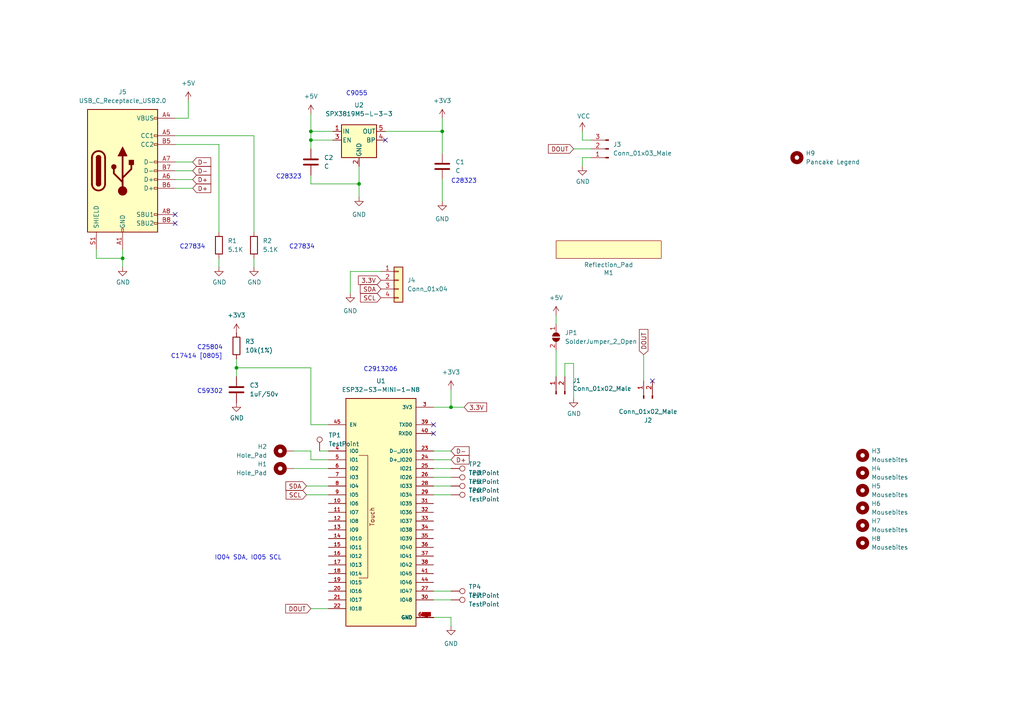
<source format=kicad_sch>
(kicad_sch (version 20231120) (generator "eeschema") (generator_version "8.0")
  (paper "A4")
  (lib_symbols
    (symbol "Connector:Conn_01x02_Male" (pin_names (offset 1.016) hide)
      (property "Reference" "J" (at 0 2.54 0))
      (property "Value" "Conn_01x02_Male" (at 0 -5.08 0))
      (symbol "Conn_01x02_Male_1_1"
        (polyline (pts (xy 1.27 -2.54) (xy 0.8636 -2.54)) (stroke (width 0.1524)))
        (polyline (pts (xy 1.27 0) (xy 0.8636 0)) (stroke (width 0.1524)))
        (rectangle (start 0.8636 -2.413) (end 0 -2.667) (stroke (width 0.1524)) (fill (type outline)))
        (rectangle (start 0.8636 0.127) (end 0 -0.127) (stroke (width 0.1524)) (fill (type outline)))
        (pin passive line (at 5.08 0 180) (length 3.81) (name "Pin_1") (number "1"))
        (pin passive line (at 5.08 -2.54 180) (length 3.81) (name "Pin_2") (number "2"))
      )
    )
    (symbol "Connector:Conn_01x03_Male" (pin_names (offset 1.016) hide)
      (property "Reference" "J" (at 0 5.08 0))
      (property "Value" "Conn_01x03_Male" (at 0 -5.08 0))
      (symbol "Conn_01x03_Male_1_1"
        (polyline (pts (xy 1.27 -2.54) (xy 0.8636 -2.54)) (stroke (width 0.1524)))
        (polyline (pts (xy 1.27 0) (xy 0.8636 0)) (stroke (width 0.1524)))
        (polyline (pts (xy 1.27 2.54) (xy 0.8636 2.54)) (stroke (width 0.1524)))
        (rectangle (start 0.8636 -2.413) (end 0 -2.667) (stroke (width 0.1524)) (fill (type outline)))
        (rectangle (start 0.8636 0.127) (end 0 -0.127) (stroke (width 0.1524)) (fill (type outline)))
        (rectangle (start 0.8636 2.667) (end 0 2.413) (stroke (width 0.1524)) (fill (type outline)))
        (pin passive line (at 5.08 2.54 180) (length 3.81) (name "Pin_1") (number "1"))
        (pin passive line (at 5.08 0 180) (length 3.81) (name "Pin_2") (number "2"))
        (pin passive line (at 5.08 -2.54 180) (length 3.81) (name "Pin_3") (number "3"))
      )
    )
    (symbol "Connector:TestPoint" (pin_numbers hide) (pin_names (offset 0.762) hide)
      (property "Reference" "TP" (at 0 6.858 0))
      (property "Value" "TestPoint" (at 0 5.08 0))
      (symbol "TestPoint_0_1"
        (circle (center 0 3.302) (radius 0.762))
      )
      (symbol "TestPoint_1_1"
        (pin passive line (at 0 0 90) (length 2.54) (name "1") (number "1"))
      )
    )
    (symbol "Connector:USB_C_Receptacle_USB2.0" (pin_names (offset 1.016))
      (property "Reference" "J" (at -10.16 19.05 0))
      (property "Value" "USB_C_Receptacle_USB2.0" (at 19.05 19.05 0))
      (symbol "USB_C_Receptacle_USB2.0_0_0"
        (rectangle (start -0.254 -17.78) (end 0.254 -16.764))
        (rectangle (start 10.16 -14.986) (end 9.144 -15.494))
        (rectangle (start 10.16 -12.446) (end 9.144 -12.954))
        (rectangle (start 10.16 -4.826) (end 9.144 -5.334))
        (rectangle (start 10.16 -2.286) (end 9.144 -2.794))
        (rectangle (start 10.16 0.254) (end 9.144 -0.254))
        (rectangle (start 10.16 2.794) (end 9.144 2.286))
        (rectangle (start 10.16 7.874) (end 9.144 7.366))
        (rectangle (start 10.16 10.414) (end 9.144 9.906))
        (rectangle (start 10.16 15.494) (end 9.144 14.986))
      )
      (symbol "USB_C_Receptacle_USB2.0_0_1"
        (rectangle (start -10.16 17.78) (end 10.16 -17.78) (stroke (width 0.254)) (fill (type background)))
        (arc (start -8.89 -3.81) (mid -6.985 -5.7066) (end -5.08 -3.81) (stroke (width 0.508)))
        (arc (start -7.62 -3.81) (mid -6.985 -4.4422) (end -6.35 -3.81) (stroke (width 0.254)))
        (arc (start -7.62 -3.81) (mid -6.985 -4.4422) (end -6.35 -3.81) (stroke (width 0.254)) (fill (type outline)))
        (rectangle (start -7.62 -3.81) (end -6.35 3.81) (stroke (width 0.254)) (fill (type outline)))
        (arc (start -6.35 3.81) (mid -6.985 4.4422) (end -7.62 3.81) (stroke (width 0.254)))
        (arc (start -6.35 3.81) (mid -6.985 4.4422) (end -7.62 3.81) (stroke (width 0.254)) (fill (type outline)))
        (arc (start -5.08 3.81) (mid -6.985 5.7066) (end -8.89 3.81) (stroke (width 0.508)))
        (circle (center -2.54 1.143) (radius 0.635) (stroke (width 0.254)) (fill (type outline)))
        (circle (center 0 -5.842) (radius 1.27) (fill (type outline)))
        (polyline (pts (xy -8.89 -3.81) (xy -8.89 3.81)) (stroke (width 0.508)))
        (polyline (pts (xy -5.08 3.81) (xy -5.08 -3.81)) (stroke (width 0.508)))
        (polyline (pts (xy 0 -5.842) (xy 0 4.318)) (stroke (width 0.508)))
        (polyline (pts (xy 0 -3.302) (xy -2.54 -0.762) (xy -2.54 0.508)) (stroke (width 0.508)))
        (polyline (pts (xy 0 -2.032) (xy 2.54 0.508) (xy 2.54 1.778)) (stroke (width 0.508)))
        (polyline (pts (xy -1.27 4.318) (xy 0 6.858) (xy 1.27 4.318) (xy -1.27 4.318)) (stroke (width 0.254)) (fill (type outline)))
        (rectangle (start 1.905 1.778) (end 3.175 3.048) (stroke (width 0.254)) (fill (type outline)))
      )
      (symbol "USB_C_Receptacle_USB2.0_1_1"
        (pin passive line (at 0 -22.86 90) (length 5.08) (name "GND") (number "A1"))
        (pin passive line (at 0 -22.86 90) (length 5.08) hide (name "GND") (number "A12"))
        (pin passive line (at 15.24 15.24 180) (length 5.08) (name "VBUS") (number "A4"))
        (pin bidirectional line (at 15.24 10.16 180) (length 5.08) (name "CC1") (number "A5"))
        (pin bidirectional line (at 15.24 -2.54 180) (length 5.08) (name "D+") (number "A6"))
        (pin bidirectional line (at 15.24 2.54 180) (length 5.08) (name "D-") (number "A7"))
        (pin bidirectional line (at 15.24 -12.7 180) (length 5.08) (name "SBU1") (number "A8"))
        (pin passive line (at 15.24 15.24 180) (length 5.08) hide (name "VBUS") (number "A9"))
        (pin passive line (at 0 -22.86 90) (length 5.08) hide (name "GND") (number "B1"))
        (pin passive line (at 0 -22.86 90) (length 5.08) hide (name "GND") (number "B12"))
        (pin passive line (at 15.24 15.24 180) (length 5.08) hide (name "VBUS") (number "B4"))
        (pin bidirectional line (at 15.24 7.62 180) (length 5.08) (name "CC2") (number "B5"))
        (pin bidirectional line (at 15.24 -5.08 180) (length 5.08) (name "D+") (number "B6"))
        (pin bidirectional line (at 15.24 0 180) (length 5.08) (name "D-") (number "B7"))
        (pin bidirectional line (at 15.24 -15.24 180) (length 5.08) (name "SBU2") (number "B8"))
        (pin passive line (at 15.24 15.24 180) (length 5.08) hide (name "VBUS") (number "B9"))
        (pin passive line (at -7.62 -22.86 90) (length 5.08) (name "SHIELD") (number "S1"))
      )
    )
    (symbol "Connector_Generic:Conn_01x04" (pin_names (offset 1.016) hide)
      (property "Reference" "J" (at 0 5.08 0))
      (property "Value" "Conn_01x04" (at 0 -7.62 0))
      (symbol "Conn_01x04_1_1"
        (rectangle (start -1.27 -4.953) (end 0 -5.207) (stroke (width 0.1524)))
        (rectangle (start -1.27 -2.413) (end 0 -2.667) (stroke (width 0.1524)))
        (rectangle (start -1.27 0.127) (end 0 -0.127) (stroke (width 0.1524)))
        (rectangle (start -1.27 2.667) (end 0 2.413) (stroke (width 0.1524)))
        (rectangle (start -1.27 3.81) (end 1.27 -6.35) (stroke (width 0.254)) (fill (type background)))
        (pin passive line (at -5.08 2.54 0) (length 3.81) (name "Pin_1") (number "1"))
        (pin passive line (at -5.08 0 0) (length 3.81) (name "Pin_2") (number "2"))
        (pin passive line (at -5.08 -2.54 0) (length 3.81) (name "Pin_3") (number "3"))
        (pin passive line (at -5.08 -5.08 0) (length 3.81) (name "Pin_4") (number "4"))
      )
    )
    (symbol "Device:C" (pin_numbers hide) (pin_names (offset 0.254))
      (property "Reference" "C" (at 0.635 2.54 0))
      (property "Value" "C" (at 0.635 -2.54 0))
      (symbol "C_0_1"
        (polyline (pts (xy -2.032 -0.762) (xy 2.032 -0.762)) (stroke (width 0.508)))
        (polyline (pts (xy -2.032 0.762) (xy 2.032 0.762)) (stroke (width 0.508)))
      )
      (symbol "C_1_1"
        (pin passive line (at 0 3.81 270) (length 2.794) (name "~") (number "1"))
        (pin passive line (at 0 -3.81 90) (length 2.794) (name "~") (number "2"))
      )
    )
    (symbol "Device:R" (pin_numbers hide) (pin_names (offset 0))
      (property "Reference" "R" (at 2.032 0 90))
      (property "Value" "R" (at 0 0 90))
      (symbol "R_0_1"
        (rectangle (start -1.016 -2.54) (end 1.016 2.54) (stroke (width 0.254)))
      )
      (symbol "R_1_1"
        (pin passive line (at 0 3.81 270) (length 1.27) (name "~") (number "1"))
        (pin passive line (at 0 -3.81 90) (length 1.27) (name "~") (number "2"))
      )
    )
    (symbol "Jumper:SolderJumper_2_Open" (pin_names (offset 0) hide)
      (property "Reference" "JP" (at 0 2.032 0))
      (property "Value" "SolderJumper_2_Open" (at 0 -2.54 0))
      (symbol "SolderJumper_2_Open_0_1"
        (arc (start -0.254 1.016) (mid -1.2655 0) (end -0.254 -1.016))
        (arc (start -0.254 1.016) (mid -1.2655 0) (end -0.254 -1.016) (fill (type outline)))
        (polyline (pts (xy -0.254 1.016) (xy -0.254 -1.016)))
        (polyline (pts (xy 0.254 1.016) (xy 0.254 -1.016)))
        (arc (start 0.254 -1.016) (mid 1.2655 0) (end 0.254 1.016))
        (arc (start 0.254 -1.016) (mid 1.2655 0) (end 0.254 1.016) (fill (type outline)))
      )
      (symbol "SolderJumper_2_Open_1_1"
        (pin passive line (at -3.81 0 0) (length 2.54) (name "A") (number "1"))
        (pin passive line (at 3.81 0 180) (length 2.54) (name "B") (number "2"))
      )
    )
    (symbol "Mechanical:MountingHole" (pin_names (offset 1.016))
      (property "Reference" "H" (at 0 5.08 0))
      (property "Value" "MountingHole" (at 0 3.175 0))
      (symbol "MountingHole_0_1"
        (circle (center 0 0) (radius 1.27) (stroke (width 1.27)))
      )
    )
    (symbol "Mechanical:MountingHole_Pad" (pin_numbers hide) (pin_names (offset 1.016) hide)
      (property "Reference" "H" (at 0 6.35 0))
      (property "Value" "MountingHole_Pad" (at 0 4.445 0))
      (symbol "MountingHole_Pad_0_1"
        (circle (center 0 1.27) (radius 1.27) (stroke (width 1.27)))
      )
      (symbol "MountingHole_Pad_1_1"
        (pin input line (at 0 -2.54 90) (length 2.54) (name "1") (number "1"))
      )
    )
    (symbol "PancakeParts:Reflection_Pad" (pin_names (offset 1.016))
      (property "Reference" "U" (at -11.43 0 0))
      (property "Value" "PancakeParts_Reflection_Pad" (at 0 0 0))
      (symbol "Reflection_Pad_0_1"
        (rectangle (start -15.24 -2.54) (end 15.24 2.54) (fill (type background)))
      )
    )
    (symbol "PancakeSymbols:ESP32-S3-MINI-1-N8" (pin_names (offset 1.016))
      (property "Reference" "U" (at -10.16 34.29 0))
      (property "Value" "ESP32-S3-MINI-1-N8" (at -10.16 -35.56 0))
      (symbol "ESP32-S3-MINI-1-N8_0_0"
        (rectangle (start -10.16 -33.02) (end 10.16 33.02) (stroke (width 0.254)) (fill (type background)))
        (text "Touch" (at -2.54 -1.27 900) (effects (font (size 1.27 1.27))))
        (pin power_in line (at 15.24 -30.48 180) (length 5.08) (name "GND") (number "1"))
        (pin bidirectional line (at -15.24 2.54 0) (length 5.08) (name "IO6") (number "10"))
        (pin bidirectional line (at -15.24 0 0) (length 5.08) (name "IO7") (number "11"))
        (pin bidirectional line (at -15.24 -2.54 0) (length 5.08) (name "IO8") (number "12"))
        (pin bidirectional line (at -15.24 -5.08 0) (length 5.08) (name "IO9") (number "13"))
        (pin bidirectional line (at -15.24 -7.62 0) (length 5.08) (name "IO10") (number "14"))
        (pin bidirectional line (at -15.24 -10.16 0) (length 5.08) (name "IO11") (number "15"))
        (pin bidirectional line (at -15.24 -12.7 0) (length 5.08) (name "IO12") (number "16"))
        (pin bidirectional line (at -15.24 -15.24 0) (length 5.08) (name "IO13") (number "17"))
        (pin bidirectional line (at -15.24 -17.78 0) (length 5.08) (name "IO14") (number "18"))
        (pin bidirectional line (at -15.24 -20.32 0) (length 5.08) (name "IO15") (number "19"))
        (pin power_in line (at 15.24 -30.48 180) (length 5.08) (name "GND") (number "2"))
        (pin bidirectional line (at -15.24 -22.86 0) (length 5.08) (name "IO16") (number "20"))
        (pin bidirectional line (at -15.24 -25.4 0) (length 5.08) (name "IO17") (number "21"))
        (pin bidirectional line (at -15.24 -27.94 0) (length 5.08) (name "IO18") (number "22"))
        (pin bidirectional line (at 15.24 17.78 180) (length 5.08) (name "D-_IO19") (number "23"))
        (pin bidirectional line (at 15.24 15.24 180) (length 5.08) (name "D+_IO20") (number "24"))
        (pin bidirectional line (at 15.24 12.7 180) (length 5.08) (name "IO21") (number "25"))
        (pin bidirectional line (at 15.24 10.16 180) (length 5.08) (name "IO26") (number "26"))
        (pin bidirectional line (at 15.24 -22.86 180) (length 5.08) (name "IO47") (number "27"))
        (pin bidirectional line (at 15.24 7.62 180) (length 5.08) (name "IO33") (number "28"))
        (pin bidirectional line (at 15.24 5.08 180) (length 5.08) (name "IO34") (number "29"))
        (pin power_in line (at 15.24 30.48 180) (length 5.08) (name "3V3") (number "3"))
        (pin bidirectional line (at 15.24 -25.4 180) (length 5.08) (name "IO48") (number "30"))
        (pin bidirectional line (at 15.24 2.54 180) (length 5.08) (name "IO35") (number "31"))
        (pin bidirectional line (at 15.24 0 180) (length 5.08) (name "IO36") (number "32"))
        (pin bidirectional line (at 15.24 -2.54 180) (length 5.08) (name "IO37") (number "33"))
        (pin bidirectional line (at 15.24 -5.08 180) (length 5.08) (name "IO38") (number "34"))
        (pin bidirectional line (at 15.24 -7.62 180) (length 5.08) (name "IO39") (number "35"))
        (pin bidirectional line (at 15.24 -10.16 180) (length 5.08) (name "IO40") (number "36"))
        (pin bidirectional line (at 15.24 -12.7 180) (length 5.08) (name "IO41") (number "37"))
        (pin bidirectional line (at 15.24 -15.24 180) (length 5.08) (name "IO42") (number "38"))
        (pin bidirectional line (at 15.24 25.4 180) (length 5.08) (name "TXD0") (number "39"))
        (pin bidirectional line (at -15.24 17.78 0) (length 5.08) (name "IO0") (number "4"))
        (pin bidirectional line (at 15.24 22.86 180) (length 5.08) (name "RXD0") (number "40"))
        (pin bidirectional line (at 15.24 -17.78 180) (length 5.08) (name "IO45") (number "41"))
        (pin power_in line (at 15.24 -30.48 180) (length 5.08) (name "GND") (number "42"))
        (pin power_in line (at 15.24 -30.48 180) (length 5.08) (name "GND") (number "43"))
        (pin bidirectional line (at 15.24 -20.32 180) (length 5.08) (name "IO46") (number "44"))
        (pin input line (at -15.24 25.4 0) (length 5.08) (name "EN") (number "45"))
        (pin power_in line (at 15.24 -30.48 180) (length 5.08) (name "GND") (number "46"))
        (pin power_in line (at 15.24 -30.48 180) (length 5.08) (name "GND") (number "47"))
        (pin power_in line (at 15.24 -30.48 180) (length 5.08) (name "GND") (number "48"))
        (pin power_in line (at 15.24 -30.48 180) (length 5.08) (name "GND") (number "49"))
        (pin bidirectional line (at -15.24 15.24 0) (length 5.08) (name "IO1") (number "5"))
        (pin power_in line (at 15.24 -30.48 180) (length 5.08) (name "GND") (number "50"))
        (pin power_in line (at 15.24 -30.48 180) (length 5.08) (name "GND") (number "51"))
        (pin power_in line (at 15.24 -30.48 180) (length 5.08) (name "GND") (number "52"))
        (pin power_in line (at 15.24 -30.48 180) (length 5.08) (name "GND") (number "53"))
        (pin power_in line (at 15.24 -30.48 180) (length 5.08) (name "GND") (number "54"))
        (pin power_in line (at 15.24 -30.48 180) (length 5.08) (name "GND") (number "55"))
        (pin power_in line (at 15.24 -30.48 180) (length 5.08) (name "GND") (number "56"))
        (pin power_in line (at 15.24 -30.48 180) (length 5.08) (name "GND") (number "57"))
        (pin power_in line (at 15.24 -30.48 180) (length 5.08) (name "GND") (number "58"))
        (pin power_in line (at 15.24 -30.48 180) (length 5.08) (name "GND") (number "59"))
        (pin bidirectional line (at -15.24 12.7 0) (length 5.08) (name "IO2") (number "6"))
        (pin power_in line (at 15.24 -30.48 180) (length 5.08) (name "GND") (number "60"))
        (pin power_in line (at 15.24 -30.48 180) (length 5.08) (name "GND") (number "61"))
        (pin power_in line (at 15.24 -30.48 180) (length 5.08) (name "GND") (number "61_1"))
        (pin power_in line (at 15.24 -30.48 180) (length 5.08) (name "GND") (number "61_2"))
        (pin power_in line (at 15.24 -30.48 180) (length 5.08) (name "GND") (number "61_3"))
        (pin power_in line (at 15.24 -30.48 180) (length 5.08) (name "GND") (number "61_4"))
        (pin power_in line (at 15.24 -30.48 180) (length 5.08) (name "GND") (number "61_5"))
        (pin power_in line (at 15.24 -30.48 180) (length 5.08) (name "GND") (number "61_6"))
        (pin power_in line (at 15.24 -30.48 180) (length 5.08) (name "GND") (number "61_7"))
        (pin power_in line (at 15.24 -30.48 180) (length 5.08) (name "GND") (number "61_8"))
        (pin power_in line (at 15.24 -30.48 180) (length 5.08) (name "GND") (number "62"))
        (pin power_in line (at 15.24 -30.48 180) (length 5.08) (name "GND") (number "63"))
        (pin power_in line (at 15.24 -30.48 180) (length 5.08) (name "GND") (number "64"))
        (pin power_in line (at 15.24 -30.48 180) (length 5.08) (name "GND") (number "65"))
        (pin bidirectional line (at -15.24 10.16 0) (length 5.08) (name "IO3") (number "7"))
        (pin bidirectional line (at -15.24 7.62 0) (length 5.08) (name "IO4") (number "8"))
        (pin bidirectional line (at -15.24 5.08 0) (length 5.08) (name "IO5") (number "9"))
      )
      (symbol "ESP32-S3-MINI-1-N8_1_1"
        (polyline (pts (xy -6.35 16.51) (xy -3.81 16.51) (xy -3.81 -19.05) (xy -6.35 -19.05)))
      )
    )
    (symbol "Regulator_Linear:SPX3819M5-L-3-3" (pin_names (offset 0.254))
      (property "Reference" "U" (at -3.81 5.715 0))
      (property "Value" "SPX3819M5-L-3-3" (at 0 5.715 0))
      (symbol "SPX3819M5-L-3-3_0_1"
        (rectangle (start -5.08 4.445) (end 5.08 -5.08) (stroke (width 0.254)) (fill (type background)))
      )
      (symbol "SPX3819M5-L-3-3_1_1"
        (pin power_in line (at -7.62 2.54 0) (length 2.54) (name "IN") (number "1"))
        (pin power_in line (at 0 -7.62 90) (length 2.54) (name "GND") (number "2"))
        (pin input line (at -7.62 0 0) (length 2.54) (name "EN") (number "3"))
        (pin input line (at 7.62 0 180) (length 2.54) (name "BP") (number "4"))
        (pin power_out line (at 7.62 2.54 180) (length 2.54) (name "OUT") (number "5"))
      )
    )
    (symbol "power:+3V3" (power) (pin_names (offset 0))
      (property "Value" "+3V3" (at 0 3.556 0))
      (symbol "+3V3_0_1"
        (polyline (pts (xy -0.762 1.27) (xy 0 2.54)))
        (polyline (pts (xy 0 0) (xy 0 2.54)))
        (polyline (pts (xy 0 2.54) (xy 0.762 1.27)))
      )
      (symbol "+3V3_1_1"
        (pin power_in line (at 0 0 90) (length 0) hide (name "+3V3") (number "1"))
      )
    )
    (symbol "power:+5V" (power) (pin_names (offset 0))
      (property "Value" "+5V" (at 0 3.556 0))
      (symbol "+5V_0_1"
        (polyline (pts (xy -0.762 1.27) (xy 0 2.54)))
        (polyline (pts (xy 0 0) (xy 0 2.54)))
        (polyline (pts (xy 0 2.54) (xy 0.762 1.27)))
      )
      (symbol "+5V_1_1"
        (pin power_in line (at 0 0 90) (length 0) hide (name "+5V") (number "1"))
      )
    )
    (symbol "power:GND" (power) (pin_names (offset 0))
      (property "Value" "GND" (at 0 -3.81 0))
      (symbol "GND_0_1"
        (polyline (pts (xy 0 0) (xy 0 -1.27) (xy 1.27 -1.27) (xy 0 -2.54) (xy -1.27 -1.27) (xy 0 -1.27)))
      )
      (symbol "GND_1_1"
        (pin power_in line (at 0 0 270) (length 0) hide (name "GND") (number "1"))
      )
    )
    (symbol "power:VCC" (power) (pin_names (offset 0))
      (property "Value" "VCC" (at 0 3.81 0))
      (symbol "VCC_0_1"
        (polyline (pts (xy -0.762 1.27) (xy 0 2.54)))
        (polyline (pts (xy 0 0) (xy 0 2.54)))
        (polyline (pts (xy 0 2.54) (xy 0.762 1.27)))
      )
      (symbol "VCC_1_1"
        (pin power_in line (at 0 0 90) (length 0) hide (name "VCC") (number "1"))
      )
    )
  )
  (junction (at 128.27 38.1))
  (junction (at 130.81 118.11))
  (junction (at 104.14 53.34))
  (junction (at 68.58 106.68))
  (junction (at 35.56 74.93))
  (junction (at 90.17 38.1))
  (junction (at 90.17 40.64))
  (no_connect (at 111.76 40.64))
  (no_connect (at 189.23 110.49))
  (no_connect (at 50.8 64.77))
  (no_connect (at 50.8 62.23))
  (no_connect (at 125.73 125.73))
  (no_connect (at 125.73 123.19))
  (wire (pts (xy 134.62 118.11) (xy 130.81 118.11)))
  (wire (pts (xy 125.73 140.97) (xy 130.81 140.97)))
  (wire (pts (xy 90.17 123.19) (xy 95.25 123.19)))
  (wire (pts (xy 125.73 143.51) (xy 130.81 143.51)))
  (wire (pts (xy 125.73 118.11) (xy 130.81 118.11)))
  (wire (pts (xy 90.17 43.18) (xy 90.17 40.64)))
  (wire (pts (xy 90.17 133.35) (xy 90.17 130.81)))
  (wire (pts (xy 88.9 140.97) (xy 95.25 140.97)))
  (wire (pts (xy 161.29 91.44) (xy 161.29 93.98)))
  (wire (pts (xy 50.8 52.07) (xy 55.88 52.07)))
  (wire (pts (xy 68.58 106.68) (xy 68.58 109.22)))
  (wire (pts (xy 166.37 105.41) (xy 166.37 115.57)))
  (wire (pts (xy 90.17 123.19) (xy 90.17 106.68)))
  (wire (pts (xy 90.17 40.64) (xy 90.17 38.1)))
  (wire (pts (xy 161.29 101.6) (xy 161.29 109.22)))
  (wire (pts (xy 50.8 34.29) (xy 54.61 34.29)))
  (wire (pts (xy 130.81 179.07) (xy 130.81 181.61)))
  (wire (pts (xy 90.17 130.81) (xy 85.09 130.81)))
  (wire (pts (xy 50.8 49.53) (xy 55.88 49.53)))
  (wire (pts (xy 50.8 41.91) (xy 63.5 41.91)))
  (wire (pts (xy 125.73 130.81) (xy 130.81 130.81)))
  (wire (pts (xy 125.73 171.45) (xy 130.81 171.45)))
  (wire (pts (xy 128.27 34.29) (xy 128.27 38.1)))
  (wire (pts (xy 128.27 52.07) (xy 128.27 58.42)))
  (wire (pts (xy 111.76 38.1) (xy 128.27 38.1)))
  (wire (pts (xy 125.73 173.99) (xy 130.81 173.99)))
  (wire (pts (xy 90.17 38.1) (xy 90.17 33.02)))
  (wire (pts (xy 50.8 46.99) (xy 55.88 46.99)))
  (wire (pts (xy 128.27 38.1) (xy 128.27 44.45)))
  (wire (pts (xy 101.6 78.74) (xy 101.6 85.09)))
  (wire (pts (xy 68.58 104.14) (xy 68.58 106.68)))
  (wire (pts (xy 166.37 105.41) (xy 163.83 105.41)))
  (wire (pts (xy 73.66 74.93) (xy 73.66 77.47)))
  (wire (pts (xy 50.8 39.37) (xy 73.66 39.37)))
  (wire (pts (xy 130.81 118.11) (xy 130.81 113.03)))
  (wire (pts (xy 88.9 143.51) (xy 95.25 143.51)))
  (wire (pts (xy 85.09 135.89) (xy 95.25 135.89)))
  (wire (pts (xy 125.73 135.89) (xy 130.81 135.89)))
  (wire (pts (xy 27.94 74.93) (xy 35.56 74.93)))
  (wire (pts (xy 95.25 130.81) (xy 92.71 130.81)))
  (wire (pts (xy 35.56 74.93) (xy 35.56 77.47)))
  (wire (pts (xy 168.91 45.72) (xy 168.91 48.26)))
  (wire (pts (xy 63.5 41.91) (xy 63.5 67.31)))
  (wire (pts (xy 50.8 54.61) (xy 55.88 54.61)))
  (wire (pts (xy 110.49 78.74) (xy 101.6 78.74)))
  (wire (pts (xy 90.17 133.35) (xy 95.25 133.35)))
  (wire (pts (xy 104.14 53.34) (xy 104.14 57.15)))
  (wire (pts (xy 54.61 34.29) (xy 54.61 29.21)))
  (wire (pts (xy 125.73 138.43) (xy 130.81 138.43)))
  (wire (pts (xy 73.66 39.37) (xy 73.66 67.31)))
  (wire (pts (xy 90.17 53.34) (xy 104.14 53.34)))
  (wire (pts (xy 95.25 176.53) (xy 90.17 176.53)))
  (wire (pts (xy 63.5 74.93) (xy 63.5 77.47)))
  (wire (pts (xy 186.69 110.49) (xy 186.69 102.87)))
  (wire (pts (xy 90.17 106.68) (xy 68.58 106.68)))
  (wire (pts (xy 96.52 40.64) (xy 90.17 40.64)))
  (wire (pts (xy 125.73 133.35) (xy 130.81 133.35)))
  (wire (pts (xy 171.45 45.72) (xy 168.91 45.72)))
  (wire (pts (xy 163.83 105.41) (xy 163.83 109.22)))
  (wire (pts (xy 35.56 72.39) (xy 35.56 74.93)))
  (wire (pts (xy 90.17 50.8) (xy 90.17 53.34)))
  (wire (pts (xy 96.52 38.1) (xy 90.17 38.1)))
  (wire (pts (xy 104.14 48.26) (xy 104.14 53.34)))
  (wire (pts (xy 166.37 43.18) (xy 171.45 43.18)))
  (wire (pts (xy 27.94 72.39) (xy 27.94 74.93)))
  (wire (pts (xy 171.45 40.64) (xy 168.91 40.64)))
  (wire (pts (xy 125.73 179.07) (xy 130.81 179.07)))
  (wire (pts (xy 168.91 40.64) (xy 168.91 38.1)))
  (text "C17414 [0805]" (at 49.53 104.14 0) (effects (font (size 1.27 1.27)) (justify left bottom)))
  (text "C59302" (at 57.15 114.3 0) (effects (font (size 1.27 1.27)) (justify left bottom)))
  (text "C28323" (at 130.81 53.34 0) (effects (font (size 1.27 1.27)) (justify left bottom)))
  (text "C27834" (at 52.07 72.39 0) (effects (font (size 1.27 1.27)) (justify left bottom)))
  (text "C2913206" (at 105.41 107.95 0) (effects (font (size 1.27 1.27)) (justify left bottom)))
  (text "C25804" (at 57.15 101.6 0) (effects (font (size 1.27 1.27)) (justify left bottom)))
  (text "C28323" (at 80.01 52.07 0) (effects (font (size 1.27 1.27)) (justify left bottom)))
  (text "C27834" (at 83.82 72.39 0) (effects (font (size 1.27 1.27)) (justify left bottom)))
  (text "C9055" (at 100.33 27.94 0) (effects (font (size 1.27 1.27)) (justify left bottom)))
  (text "IO04 SDA, IO05 SCL" (at 62.23 162.56 0) (effects (font (size 1.27 1.27)) (justify left bottom)))
  (global_label "D+" (shape input) (at 55.88 52.07 0) (property "Intersheetrefs" "${INTERSHEET_REFS}" (effects (hide yes))))
  (global_label "D-" (shape input) (at 130.81 130.81 0) (property "Intersheetrefs" "${INTERSHEET_REFS}" (effects (hide yes))))
  (global_label "3.3V" (shape input) (at 110.49 81.28 180) (property "Intersheetrefs" "${INTERSHEET_REFS}" (effects (hide yes))))
  (global_label "D+" (shape input) (at 130.81 133.35 0) (property "Intersheetrefs" "${INTERSHEET_REFS}" (effects (hide yes))))
  (global_label "D+" (shape input) (at 55.88 54.61 0) (property "Intersheetrefs" "${INTERSHEET_REFS}" (effects (hide yes))))
  (global_label "DOUT" (shape input) (at 186.69 102.87 90) (property "Intersheetrefs" "${INTERSHEET_REFS}" (effects (hide yes))))
  (global_label "DOUT" (shape input) (at 166.37 43.18 180) (property "Intersheetrefs" "${INTERSHEET_REFS}" (effects (hide yes))))
  (global_label "SDA" (shape input) (at 110.49 83.82 180) (property "Intersheetrefs" "${INTERSHEET_REFS}" (effects (hide yes))))
  (global_label "D-" (shape input) (at 55.88 46.99 0) (property "Intersheetrefs" "${INTERSHEET_REFS}" (effects (hide yes))))
  (global_label "SDA" (shape input) (at 88.9 140.97 180) (property "Intersheetrefs" "${INTERSHEET_REFS}" (effects (hide yes))))
  (global_label "DOUT" (shape input) (at 90.17 176.53 180) (property "Intersheetrefs" "${INTERSHEET_REFS}" (effects (hide yes))))
  (global_label "SCL" (shape input) (at 88.9 143.51 180) (property "Intersheetrefs" "${INTERSHEET_REFS}" (effects (hide yes))))
  (global_label "SCL" (shape input) (at 110.49 86.36 180) (property "Intersheetrefs" "${INTERSHEET_REFS}" (effects (hide yes))))
  (global_label "D-" (shape input) (at 55.88 49.53 0) (property "Intersheetrefs" "${INTERSHEET_REFS}" (effects (hide yes))))
  (global_label "3.3V" (shape input) (at 134.62 118.11 0) (property "Intersheetrefs" "${INTERSHEET_REFS}" (effects (hide yes))))
  (symbol (lib_id "Connector:Conn_01x02_Male") (at 186.69 115.57 90) (unit 1) (in_bom no)
    (property "Reference" "J2" (at 187.96 121.92 90))
    (property "Value" "Conn_01x02_Male" (at 187.96 119.38 90))
    (property "Footprint" "Pancake:Panel_Connector 02" (effects (hide yes)))
  )
  (symbol (lib_id "Connector:Conn_01x02_Male") (at 161.29 114.3 90) (unit 1) (in_bom no)
    (property "Reference" "J1" (at 166.0652 110.3884 90) (effects (justify right)))
    (property "Value" "Conn_01x02_Male" (at 166.0652 112.6998 90) (effects (justify right)))
    (property "Footprint" "Pancake:Panel_Connector 02" (effects (hide yes)))
  )
  (symbol (lib_id "power:GND") (at 166.37 115.57 0) (unit 1)
    (property "Reference" "#PWR01" (effects (hide yes)))
    (property "Value" "GND" (at 166.497 119.9642 0))
  )
  (symbol (lib_id "PancakeParts:Reflection_Pad") (at 176.53 72.39 180) (unit 1) (in_bom no)
    (property "Reference" "M1" (at 176.53 79.121 0))
    (property "Value" "Reflection_Pad" (at 176.53 76.8096 0))
    (property "Footprint" "Pancake:Reflection_Mask_140mm_Cutout" (effects (hide yes)))
  )
  (symbol (lib_id "Mechanical:MountingHole_Pad") (at 82.55 130.81 90) (unit 1)
    (property "Reference" "H2" (at 77.47 129.54 90) (effects (justify left)))
    (property "Value" "Hole_Pad" (at 77.47 132.08 90) (effects (justify left)))
    (property "Footprint" "Pancake:M3_Soldernut" (effects (hide yes)))
  )
  (symbol (lib_id "power:GND") (at 68.58 116.84 0) (unit 1)
    (property "Reference" "#PWR03" (effects (hide yes)))
    (property "Value" "GND" (at 68.707 121.2342 0))
  )
  (symbol (lib_id "power:+3V3") (at 68.58 96.52 0) (unit 1)
    (property "Reference" "#PWR02" (effects (hide yes)))
    (property "Value" "+3V3" (at 68.58 91.44 0))
  )
  (symbol (lib_id "power:GND") (at 128.27 58.42 0) (unit 1)
    (property "Reference" "#PWR0108" (effects (hide yes)))
    (property "Value" "GND" (at 128.27 63.5 0))
  )
  (symbol (lib_id "Connector:TestPoint") (at 130.81 138.43 270) (unit 1)
    (property "Reference" "TP3" (at 135.89 137.1599 90) (effects (justify left)))
    (property "Value" "TestPoint" (at 135.89 139.6999 90) (effects (justify left)))
    (property "Footprint" "Pancake:TestPoint_Pad_D1.0mm" (effects (hide yes)))
  )
  (symbol (lib_id "power:GND") (at 35.56 77.47 0) (unit 1)
    (property "Reference" "#PWR012" (effects (hide yes)))
    (property "Value" "GND" (at 35.687 81.8642 0))
  )
  (symbol (lib_id "power:+3V3") (at 130.81 113.03 0) (unit 1)
    (property "Reference" "#PWR07" (effects (hide yes)))
    (property "Value" "+3V3" (at 130.81 107.95 0))
  )
  (symbol (lib_id "Connector:TestPoint") (at 130.81 135.89 270) (unit 1)
    (property "Reference" "TP2" (at 135.89 134.6199 90) (effects (justify left)))
    (property "Value" "TestPoint" (at 135.89 137.1599 90) (effects (justify left)))
    (property "Footprint" "Pancake:TestPoint_Pad_D1.0mm" (effects (hide yes)))
  )
  (symbol (lib_id "Mechanical:MountingHole") (at 250.19 147.32 0) (unit 1)
    (property "Reference" "H6" (at 252.73 146.0499 0) (effects (justify left)))
    (property "Value" "Mousebites" (at 252.73 148.5899 0) (effects (justify left)))
    (property "Footprint" "Pancake:Mousebites_03" (effects (hide yes)))
  )
  (symbol (lib_id "Device:C") (at 128.27 48.26 0) (unit 1)
    (property "Reference" "C1" (at 132.08 46.9899 0) (effects (justify left)))
    (property "Value" "C" (at 132.08 49.5299 0) (effects (justify left)))
    (property "Footprint" "Capacitor_SMD:C_0805_2012Metric" (effects (hide yes)))
  )
  (symbol (lib_id "Mechanical:MountingHole_Pad") (at 82.55 135.89 90) (unit 1)
    (property "Reference" "H1" (at 77.47 134.62 90) (effects (justify left)))
    (property "Value" "Hole_Pad" (at 77.47 137.16 90) (effects (justify left)))
    (property "Footprint" "Pancake:M3_Soldernut" (effects (hide yes)))
  )
  (symbol (lib_id "power:GND") (at 73.66 77.47 0) (unit 1)
    (property "Reference" "#PWR015" (effects (hide yes)))
    (property "Value" "GND" (at 73.787 81.8642 0))
  )
  (symbol (lib_id "Connector:TestPoint") (at 130.81 140.97 270) (unit 1)
    (property "Reference" "TP5" (at 135.89 139.6999 90) (effects (justify left)))
    (property "Value" "TestPoint" (at 135.89 142.2399 90) (effects (justify left)))
    (property "Footprint" "Pancake:TestPoint_Pad_D1.0mm" (effects (hide yes)))
  )
  (symbol (lib_id "power:GND") (at 104.14 57.15 0) (unit 1)
    (property "Reference" "#PWR06" (effects (hide yes)))
    (property "Value" "GND" (at 104.14 62.23 0))
  )
  (symbol (lib_id "Regulator_Linear:SPX3819M5-L-3-3") (at 104.14 40.64 0) (unit 1)
    (property "Reference" "U2" (at 104.14 30.48 0))
    (property "Value" "SPX3819M5-L-3-3" (at 104.14 33.02 0))
    (property "Footprint" "Package_TO_SOT_SMD:SOT-23-5" (effects (hide yes)))
    (property "Datasheet" "https://www.exar.com/content/document.ashx?id=22106&languageid=1033&type=Datasheet&partnumber=SPX3819&filename=SPX3819.pdf&part=SPX3819" (effects (hide yes)))
  )
  (symbol (lib_id "power:GND") (at 63.5 77.47 0) (unit 1)
    (property "Reference" "#PWR014" (effects (hide yes)))
    (property "Value" "GND" (at 63.627 81.8642 0))
  )
  (symbol (lib_id "power:+5V") (at 161.29 91.44 0) (unit 1)
    (property "Reference" "#PWR0103" (effects (hide yes)))
    (property "Value" "+5V" (at 161.29 86.36 0))
  )
  (symbol (lib_id "Device:C") (at 68.58 113.03 0) (unit 1)
    (property "Reference" "C3" (at 72.39 111.7599 0) (effects (justify left)))
    (property "Value" "1uF/50v" (at 72.39 114.2999 0) (effects (justify left)))
    (property "Footprint" "Capacitor_SMD:C_0805_2012Metric" (effects (hide yes)))
  )
  (symbol (lib_id "Jumper:SolderJumper_2_Open") (at 161.29 97.79 270) (unit 1)
    (property "Reference" "JP1" (at 163.83 96.5199 90) (effects (justify left)))
    (property "Value" "SolderJumper_2_Open" (at 163.83 99.0599 90) (effects (justify left)))
    (property "Footprint" "Pancake:Jumper_Pad" (effects (hide yes)))
  )
  (symbol (lib_id "Device:R") (at 68.58 100.33 0) (unit 1)
    (property "Reference" "R3" (at 71.12 99.0599 0) (effects (justify left)))
    (property "Value" "10k(1%)" (at 71.12 101.5999 0) (effects (justify left)))
    (property "Footprint" "Resistor_SMD:R_0805_2012Metric" (effects (hide yes)))
  )
  (symbol (lib_id "power:+5V") (at 90.17 33.02 0) (unit 1)
    (property "Reference" "#PWR0105" (effects (hide yes)))
    (property "Value" "+5V" (at 90.17 27.94 0))
  )
  (symbol (lib_id "Connector:TestPoint") (at 92.71 130.81 0) (unit 1)
    (property "Reference" "TP1" (at 95.25 126.2379 0) (effects (justify left)))
    (property "Value" "TestPoint" (at 95.25 128.7779 0) (effects (justify left)))
    (property "Footprint" "Pancake:TestPoint_Pad_D1.0mm" (effects (hide yes)))
  )
  (symbol (lib_id "Mechanical:MountingHole") (at 250.19 152.4 0) (unit 1)
    (property "Reference" "H7" (at 252.73 151.1299 0) (effects (justify left)))
    (property "Value" "Mousebites" (at 252.73 153.6699 0) (effects (justify left)))
    (property "Footprint" "Pancake:Mousebites_03" (effects (hide yes)))
  )
  (symbol (lib_id "Device:C") (at 90.17 46.99 0) (unit 1)
    (property "Reference" "C2" (at 93.98 45.7199 0) (effects (justify left)))
    (property "Value" "C" (at 93.98 48.2599 0) (effects (justify left)))
    (property "Footprint" "Capacitor_SMD:C_0805_2012Metric" (effects (hide yes)))
  )
  (symbol (lib_id "Connector:USB_C_Receptacle_USB2.0") (at 35.56 49.53 0) (unit 1)
    (property "Reference" "J5" (at 35.56 26.67 0))
    (property "Value" "USB_C_Receptacle_USB2.0" (at 35.56 29.21 0))
    (property "Footprint" "Pancake:USB_C_Receptacle_HRO_TYPE-C-31-M-12" (effects (hide yes)))
    (property "Datasheet" "https://www.usb.org/sites/default/files/documents/usb_type-c.zip" (effects (hide yes)))
  )
  (symbol (lib_id "power:GND") (at 101.6 85.09 0) (unit 1)
    (property "Reference" "#PWR0109" (effects (hide yes)))
    (property "Value" "GND" (at 101.6 90.17 0))
  )
  (symbol (lib_id "Connector_Generic:Conn_01x04") (at 115.57 81.28 0) (unit 1)
    (property "Reference" "J4" (at 118.11 81.2799 0) (effects (justify left)))
    (property "Value" "Conn_01x04" (at 118.11 83.8199 0) (effects (justify left)))
    (property "Footprint" "Pancake:I2C Breakout Pads" (effects (hide yes)))
  )
  (symbol (lib_id "Device:R") (at 63.5 71.12 180) (unit 1)
    (property "Reference" "R1" (at 66.04 69.8499 0) (effects (justify right)))
    (property "Value" "5.1K" (at 66.04 72.3899 0) (effects (justify right)))
    (property "Footprint" "Resistor_SMD:R_0805_2012Metric" (effects (hide yes)))
  )
  (symbol (lib_id "power:+5V") (at 54.61 29.21 0) (unit 1)
    (property "Reference" "#PWR013" (effects (hide yes)))
    (property "Value" "+5V" (at 54.61 24.13 0))
  )
  (symbol (lib_id "Connector:TestPoint") (at 130.81 171.45 270) (unit 1)
    (property "Reference" "TP4" (at 135.89 170.1799 90) (effects (justify left)))
    (property "Value" "TestPoint" (at 135.89 172.7199 90) (effects (justify left)))
    (property "Footprint" "Pancake:TestPoint_Pad_D1.0mm" (effects (hide yes)))
  )
  (symbol (lib_id "Connector:TestPoint") (at 130.81 173.99 270) (unit 1)
    (property "Reference" "TP7" (at 135.89 172.7199 90) (effects (justify left)))
    (property "Value" "TestPoint" (at 135.89 175.2599 90) (effects (justify left)))
    (property "Footprint" "Pancake:TestPoint_Pad_D1.0mm" (effects (hide yes)))
  )
  (symbol (lib_id "power:+3V3") (at 128.27 34.29 0) (unit 1)
    (property "Reference" "#PWR0106" (effects (hide yes)))
    (property "Value" "+3V3" (at 128.27 29.21 0))
  )
  (symbol (lib_id "power:GND") (at 168.91 48.26 0) (unit 1)
    (property "Reference" "#PWR0101" (effects (hide yes)))
    (property "Value" "GND" (at 169.037 52.6542 0))
  )
  (symbol (lib_id "power:VCC") (at 168.91 38.1 0) (unit 1)
    (property "Reference" "#PWR0102" (effects (hide yes)))
    (property "Value" "VCC" (at 169.291 33.7058 0))
  )
  (symbol (lib_id "PancakeSymbols:ESP32-S3-MINI-1-N8") (at 110.49 148.59 0) (unit 1)
    (property "Reference" "U1" (at 110.49 110.49 0))
    (property "Value" "ESP32-S3-MINI-1-N8" (at 110.49 113.03 0))
    (property "Footprint" "Pancake:XCVR_ESP32-S3-MINI-1-N8" (effects (hide yes)))
    (property "PARTREV" "v0.6" (effects (hide yes)))
    (property "MAXIMUM_PACKAGE_HEIGHT" "2.55mm" (effects (hide yes)))
    (property "STANDARD" "Manufacturer Recommendations" (effects (hide yes)))
    (property "MANUFACTURER" "Espressif" (effects (hide yes)))
  )
  (symbol (lib_id "power:GND") (at 130.81 181.61 0) (unit 1)
    (property "Reference" "#PWR0107" (effects (hide yes)))
    (property "Value" "GND" (at 130.81 186.69 0))
  )
  (symbol (lib_id "Mechanical:MountingHole") (at 250.19 132.08 0) (unit 1)
    (property "Reference" "H3" (at 252.73 130.8099 0) (effects (justify left)))
    (property "Value" "Mousebites" (at 252.73 133.3499 0) (effects (justify left)))
    (property "Footprint" "Pancake:Mousebites_03" (effects (hide yes)))
  )
  (symbol (lib_id "Device:R") (at 73.66 71.12 180) (unit 1)
    (property "Reference" "R2" (at 76.2 69.8499 0) (effects (justify right)))
    (property "Value" "5.1K" (at 76.2 72.3899 0) (effects (justify right)))
    (property "Footprint" "Resistor_SMD:R_0805_2012Metric" (effects (hide yes)))
  )
  (symbol (lib_id "Connector:TestPoint") (at 130.81 143.51 270) (unit 1)
    (property "Reference" "TP6" (at 135.89 142.2399 90) (effects (justify left)))
    (property "Value" "TestPoint" (at 135.89 144.7799 90) (effects (justify left)))
    (property "Footprint" "Pancake:TestPoint_Pad_D1.0mm" (effects (hide yes)))
  )
  (symbol (lib_id "Mechanical:MountingHole") (at 250.19 142.24 0) (unit 1)
    (property "Reference" "H5" (at 252.73 140.9699 0) (effects (justify left)))
    (property "Value" "Mousebites" (at 252.73 143.5099 0) (effects (justify left)))
    (property "Footprint" "Pancake:Mousebites_03" (effects (hide yes)))
  )
  (symbol (lib_id "Mechanical:MountingHole") (at 231.14 45.72 0) (unit 1)
    (property "Reference" "H9" (at 233.68 44.4499 0) (effects (justify left)))
    (property "Value" "Pancake Legend" (at 233.68 46.9899 0) (effects (justify left)))
    (property "Footprint" "CCHS:PancakeLegend_Logo" (effects (hide yes)))
  )
  (symbol (lib_id "Connector:Conn_01x03_Male") (at 176.53 43.18 180) (unit 1)
    (property "Reference" "J3" (at 177.8 41.9099 0) (effects (justify right)))
    (property "Value" "Conn_01x03_Male" (at 177.8 44.4499 0) (effects (justify right)))
    (property "Footprint" "Pancake:RGB_Controller_Panel" (effects (hide yes)))
  )
  (symbol (lib_id "Mechanical:MountingHole") (at 250.19 157.48 0) (unit 1)
    (property "Reference" "H8" (at 252.73 156.2099 0) (effects (justify left)))
    (property "Value" "Mousebites" (at 252.73 158.7499 0) (effects (justify left)))
    (property "Footprint" "Pancake:Mousebites_03" (effects (hide yes)))
  )
  (symbol (lib_id "Mechanical:MountingHole") (at 250.19 137.16 0) (unit 1)
    (property "Reference" "H4" (at 252.73 135.8899 0) (effects (justify left)))
    (property "Value" "Mousebites" (at 252.73 138.4299 0) (effects (justify left)))
    (property "Footprint" "Pancake:Mousebites_03" (effects (hide yes)))
  )
)
</source>
